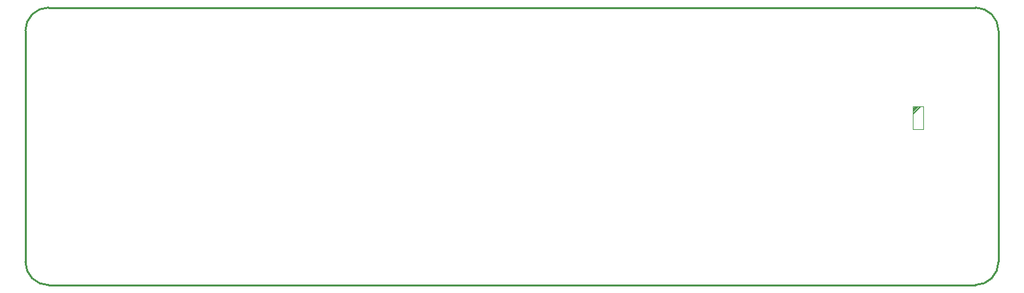
<source format=gko>
G04*
G04 #@! TF.GenerationSoftware,Altium Limited,Altium Designer,18.1.9 (240)*
G04*
G04 Layer_Color=16711935*
%FSLAX44Y44*%
%MOMM*%
G71*
G01*
G75*
%ADD14C,0.2540*%
%ADD17C,0.1000*%
D14*
X326500Y1245220D02*
G03*
X296500Y1215220I0J-30000D01*
G01*
X1556500D02*
G03*
X1526500Y1245220I-30000J0D01*
G01*
Y885220D02*
G03*
X1556500Y915220I0J30000D01*
G01*
X296500D02*
G03*
X326500Y885220I30000J0D01*
G01*
X296500Y915220D02*
Y1215220D01*
X326500Y1244970D02*
X1526500D01*
X326500Y885220D02*
X1526500D01*
X1556500Y915220D02*
Y1215220D01*
D17*
X1445750Y1087650D02*
Y1116850D01*
X1458750D01*
Y1087650D02*
Y1116850D01*
X1445750Y1087650D02*
X1458750D01*
X1445750Y1106850D02*
X1455750Y1116850D01*
X1445750Y1107850D02*
X1454750Y1116850D01*
X1445750Y1108850D02*
X1453750Y1116850D01*
X1445750Y1109850D02*
X1452750Y1116850D01*
X1445750Y1110850D02*
X1451750Y1116850D01*
X1445750Y1111850D02*
X1450750Y1116850D01*
X1445750Y1112850D02*
X1449750Y1116850D01*
X1445750Y1113850D02*
X1448750Y1116850D01*
X1445750Y1114850D02*
X1447750Y1116850D01*
X1445750Y1115850D02*
X1446750Y1116850D01*
M02*

</source>
